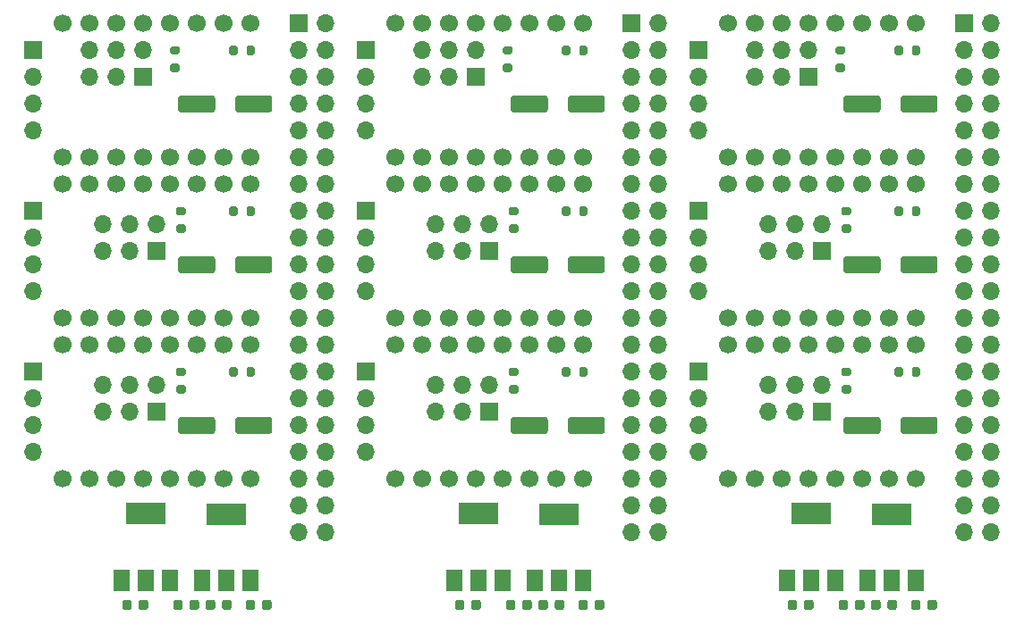
<source format=gbr>
%TF.GenerationSoftware,KiCad,Pcbnew,(5.1.10)-1*%
%TF.CreationDate,2022-04-18T12:48:46-04:00*%
%TF.ProjectId,blinds 2.0 Panel,626c696e-6473-4203-922e-302050616e65,rev?*%
%TF.SameCoordinates,Original*%
%TF.FileFunction,Soldermask,Top*%
%TF.FilePolarity,Negative*%
%FSLAX46Y46*%
G04 Gerber Fmt 4.6, Leading zero omitted, Abs format (unit mm)*
G04 Created by KiCad (PCBNEW (5.1.10)-1) date 2022-04-18 12:48:46*
%MOMM*%
%LPD*%
G01*
G04 APERTURE LIST*
%ADD10C,1.700000*%
%ADD11O,1.700000X1.700000*%
%ADD12R,1.700000X1.700000*%
%ADD13R,1.500000X2.000000*%
%ADD14R,3.800000X2.000000*%
G04 APERTURE END LIST*
%TO.C,R2*%
G36*
G01*
X230199880Y-76260280D02*
X230199880Y-76810280D01*
G75*
G02*
X229999880Y-77010280I-200000J0D01*
G01*
X229599880Y-77010280D01*
G75*
G02*
X229399880Y-76810280I0J200000D01*
G01*
X229399880Y-76260280D01*
G75*
G02*
X229599880Y-76060280I200000J0D01*
G01*
X229999880Y-76060280D01*
G75*
G02*
X230199880Y-76260280I0J-200000D01*
G01*
G37*
G36*
G01*
X231849880Y-76260280D02*
X231849880Y-76810280D01*
G75*
G02*
X231649880Y-77010280I-200000J0D01*
G01*
X231249880Y-77010280D01*
G75*
G02*
X231049880Y-76810280I0J200000D01*
G01*
X231049880Y-76260280D01*
G75*
G02*
X231249880Y-76060280I200000J0D01*
G01*
X231649880Y-76060280D01*
G75*
G02*
X231849880Y-76260280I0J-200000D01*
G01*
G37*
%TD*%
D10*
%TO.C,U3*%
X231449880Y-104475280D03*
X228909880Y-104475280D03*
X226369880Y-104475280D03*
X223829880Y-104475280D03*
X221289880Y-104475280D03*
X218749880Y-104475280D03*
X216209880Y-104475280D03*
X213669880Y-104475280D03*
X213669880Y-117175280D03*
X216209880Y-117175280D03*
X218749880Y-117175280D03*
X221289880Y-117175280D03*
X223829880Y-117175280D03*
X226369880Y-117175280D03*
X228909880Y-117175280D03*
X231449880Y-117175280D03*
%TD*%
D11*
%TO.C,J7*%
X217479880Y-108285280D03*
X217479880Y-110825280D03*
X220019880Y-108285280D03*
X220019880Y-110825280D03*
X222559880Y-108285280D03*
D12*
X222559880Y-110825280D03*
%TD*%
%TO.C,R5*%
G36*
G01*
X225120880Y-109065280D02*
X224570880Y-109065280D01*
G75*
G02*
X224370880Y-108865280I0J200000D01*
G01*
X224370880Y-108465280D01*
G75*
G02*
X224570880Y-108265280I200000J0D01*
G01*
X225120880Y-108265280D01*
G75*
G02*
X225320880Y-108465280I0J-200000D01*
G01*
X225320880Y-108865280D01*
G75*
G02*
X225120880Y-109065280I-200000J0D01*
G01*
G37*
G36*
G01*
X225120880Y-107415280D02*
X224570880Y-107415280D01*
G75*
G02*
X224370880Y-107215280I0J200000D01*
G01*
X224370880Y-106815280D01*
G75*
G02*
X224570880Y-106615280I200000J0D01*
G01*
X225120880Y-106615280D01*
G75*
G02*
X225320880Y-106815280I0J-200000D01*
G01*
X225320880Y-107215280D01*
G75*
G02*
X225120880Y-107415280I-200000J0D01*
G01*
G37*
%TD*%
%TO.C,J4*%
X210875880Y-91775280D03*
D11*
X210875880Y-94315280D03*
X210875880Y-96855280D03*
X210875880Y-99395280D03*
%TD*%
%TO.C,R4*%
G36*
G01*
X231849880Y-91500280D02*
X231849880Y-92050280D01*
G75*
G02*
X231649880Y-92250280I-200000J0D01*
G01*
X231249880Y-92250280D01*
G75*
G02*
X231049880Y-92050280I0J200000D01*
G01*
X231049880Y-91500280D01*
G75*
G02*
X231249880Y-91300280I200000J0D01*
G01*
X231649880Y-91300280D01*
G75*
G02*
X231849880Y-91500280I0J-200000D01*
G01*
G37*
G36*
G01*
X230199880Y-91500280D02*
X230199880Y-92050280D01*
G75*
G02*
X229999880Y-92250280I-200000J0D01*
G01*
X229599880Y-92250280D01*
G75*
G02*
X229399880Y-92050280I0J200000D01*
G01*
X229399880Y-91500280D01*
G75*
G02*
X229599880Y-91300280I200000J0D01*
G01*
X229999880Y-91300280D01*
G75*
G02*
X230199880Y-91500280I0J-200000D01*
G01*
G37*
%TD*%
%TO.C,R1*%
G36*
G01*
X224549880Y-78585280D02*
X223999880Y-78585280D01*
G75*
G02*
X223799880Y-78385280I0J200000D01*
G01*
X223799880Y-77985280D01*
G75*
G02*
X223999880Y-77785280I200000J0D01*
G01*
X224549880Y-77785280D01*
G75*
G02*
X224749880Y-77985280I0J-200000D01*
G01*
X224749880Y-78385280D01*
G75*
G02*
X224549880Y-78585280I-200000J0D01*
G01*
G37*
G36*
G01*
X224549880Y-76935280D02*
X223999880Y-76935280D01*
G75*
G02*
X223799880Y-76735280I0J200000D01*
G01*
X223799880Y-76335280D01*
G75*
G02*
X223999880Y-76135280I200000J0D01*
G01*
X224549880Y-76135280D01*
G75*
G02*
X224749880Y-76335280I0J-200000D01*
G01*
X224749880Y-76735280D01*
G75*
G02*
X224549880Y-76935280I-200000J0D01*
G01*
G37*
%TD*%
D13*
%TO.C,U5*%
X219243880Y-126777280D03*
X223843880Y-126777280D03*
X221543880Y-126777280D03*
D14*
X221543880Y-120477280D03*
%TD*%
D12*
%TO.C,J6*%
X210875880Y-107015280D03*
D11*
X210875880Y-109555280D03*
X210875880Y-112095280D03*
X210875880Y-114635280D03*
%TD*%
%TO.C,R6*%
G36*
G01*
X230199880Y-106740280D02*
X230199880Y-107290280D01*
G75*
G02*
X229999880Y-107490280I-200000J0D01*
G01*
X229599880Y-107490280D01*
G75*
G02*
X229399880Y-107290280I0J200000D01*
G01*
X229399880Y-106740280D01*
G75*
G02*
X229599880Y-106540280I200000J0D01*
G01*
X229999880Y-106540280D01*
G75*
G02*
X230199880Y-106740280I0J-200000D01*
G01*
G37*
G36*
G01*
X231849880Y-106740280D02*
X231849880Y-107290280D01*
G75*
G02*
X231649880Y-107490280I-200000J0D01*
G01*
X231249880Y-107490280D01*
G75*
G02*
X231049880Y-107290280I0J200000D01*
G01*
X231049880Y-106740280D01*
G75*
G02*
X231249880Y-106540280I200000J0D01*
G01*
X231649880Y-106540280D01*
G75*
G02*
X231849880Y-106740280I0J-200000D01*
G01*
G37*
%TD*%
D10*
%TO.C,U2*%
X231449880Y-101935280D03*
X228909880Y-101935280D03*
X226369880Y-101935280D03*
X223829880Y-101935280D03*
X221289880Y-101935280D03*
X218749880Y-101935280D03*
X216209880Y-101935280D03*
X213669880Y-101935280D03*
X213669880Y-89235280D03*
X216209880Y-89235280D03*
X218749880Y-89235280D03*
X221289880Y-89235280D03*
X223829880Y-89235280D03*
X226369880Y-89235280D03*
X228909880Y-89235280D03*
X231449880Y-89235280D03*
%TD*%
%TO.C,R3*%
G36*
G01*
X225120880Y-92175280D02*
X224570880Y-92175280D01*
G75*
G02*
X224370880Y-91975280I0J200000D01*
G01*
X224370880Y-91575280D01*
G75*
G02*
X224570880Y-91375280I200000J0D01*
G01*
X225120880Y-91375280D01*
G75*
G02*
X225320880Y-91575280I0J-200000D01*
G01*
X225320880Y-91975280D01*
G75*
G02*
X225120880Y-92175280I-200000J0D01*
G01*
G37*
G36*
G01*
X225120880Y-93825280D02*
X224570880Y-93825280D01*
G75*
G02*
X224370880Y-93625280I0J200000D01*
G01*
X224370880Y-93225280D01*
G75*
G02*
X224570880Y-93025280I200000J0D01*
G01*
X225120880Y-93025280D01*
G75*
G02*
X225320880Y-93225280I0J-200000D01*
G01*
X225320880Y-93625280D01*
G75*
G02*
X225120880Y-93825280I-200000J0D01*
G01*
G37*
%TD*%
D14*
%TO.C,U6*%
X229163880Y-120527280D03*
D13*
X229163880Y-126827280D03*
X231463880Y-126827280D03*
X226863880Y-126827280D03*
%TD*%
D11*
%TO.C,J5*%
X217479880Y-93045280D03*
X217479880Y-95585280D03*
X220019880Y-93045280D03*
X220019880Y-95585280D03*
X222559880Y-93045280D03*
D12*
X222559880Y-95585280D03*
%TD*%
%TO.C,J1*%
X236021880Y-73995280D03*
D11*
X238561880Y-73995280D03*
X236021880Y-76535280D03*
X238561880Y-76535280D03*
X236021880Y-79075280D03*
X238561880Y-79075280D03*
X236021880Y-81615280D03*
X238561880Y-81615280D03*
X236021880Y-84155280D03*
X238561880Y-84155280D03*
X236021880Y-86695280D03*
X238561880Y-86695280D03*
X236021880Y-89235280D03*
X238561880Y-89235280D03*
X236021880Y-91775280D03*
X238561880Y-91775280D03*
X236021880Y-94315280D03*
X238561880Y-94315280D03*
X236021880Y-96855280D03*
X238561880Y-96855280D03*
X236021880Y-99395280D03*
X238561880Y-99395280D03*
X236021880Y-101935280D03*
X238561880Y-101935280D03*
X236021880Y-104475280D03*
X238561880Y-104475280D03*
X236021880Y-107015280D03*
X238561880Y-107015280D03*
X236021880Y-109555280D03*
X238561880Y-109555280D03*
X236021880Y-112095280D03*
X238561880Y-112095280D03*
X236021880Y-114635280D03*
X238561880Y-114635280D03*
X236021880Y-117175280D03*
X238561880Y-117175280D03*
X236021880Y-119715280D03*
X238561880Y-119715280D03*
X236021880Y-122255280D03*
X238561880Y-122255280D03*
%TD*%
%TO.C,J3*%
X216209880Y-76535280D03*
X216209880Y-79075280D03*
X218749880Y-76535280D03*
X218749880Y-79075280D03*
X221289880Y-76535280D03*
D12*
X221289880Y-79075280D03*
%TD*%
%TO.C,J2*%
X210875880Y-76535280D03*
D11*
X210875880Y-79075280D03*
X210875880Y-81615280D03*
X210875880Y-84155280D03*
%TD*%
%TO.C,C3*%
G36*
G01*
X228086880Y-81065280D02*
X228086880Y-82165280D01*
G75*
G02*
X227836880Y-82415280I-250000J0D01*
G01*
X224836880Y-82415280D01*
G75*
G02*
X224586880Y-82165280I0J250000D01*
G01*
X224586880Y-81065280D01*
G75*
G02*
X224836880Y-80815280I250000J0D01*
G01*
X227836880Y-80815280D01*
G75*
G02*
X228086880Y-81065280I0J-250000D01*
G01*
G37*
G36*
G01*
X233486880Y-81065280D02*
X233486880Y-82165280D01*
G75*
G02*
X233236880Y-82415280I-250000J0D01*
G01*
X230236880Y-82415280D01*
G75*
G02*
X229986880Y-82165280I0J250000D01*
G01*
X229986880Y-81065280D01*
G75*
G02*
X230236880Y-80815280I250000J0D01*
G01*
X233236880Y-80815280D01*
G75*
G02*
X233486880Y-81065280I0J-250000D01*
G01*
G37*
%TD*%
%TO.C,C8*%
G36*
G01*
X229639880Y-128863280D02*
X229639880Y-129363280D01*
G75*
G02*
X229414880Y-129588280I-225000J0D01*
G01*
X228964880Y-129588280D01*
G75*
G02*
X228739880Y-129363280I0J225000D01*
G01*
X228739880Y-128863280D01*
G75*
G02*
X228964880Y-128638280I225000J0D01*
G01*
X229414880Y-128638280D01*
G75*
G02*
X229639880Y-128863280I0J-225000D01*
G01*
G37*
G36*
G01*
X228089880Y-128863280D02*
X228089880Y-129363280D01*
G75*
G02*
X227864880Y-129588280I-225000J0D01*
G01*
X227414880Y-129588280D01*
G75*
G02*
X227189880Y-129363280I0J225000D01*
G01*
X227189880Y-128863280D01*
G75*
G02*
X227414880Y-128638280I225000J0D01*
G01*
X227864880Y-128638280D01*
G75*
G02*
X228089880Y-128863280I0J-225000D01*
G01*
G37*
%TD*%
%TO.C,C7*%
G36*
G01*
X225665880Y-129363280D02*
X225665880Y-128863280D01*
G75*
G02*
X225890880Y-128638280I225000J0D01*
G01*
X226340880Y-128638280D01*
G75*
G02*
X226565880Y-128863280I0J-225000D01*
G01*
X226565880Y-129363280D01*
G75*
G02*
X226340880Y-129588280I-225000J0D01*
G01*
X225890880Y-129588280D01*
G75*
G02*
X225665880Y-129363280I0J225000D01*
G01*
G37*
G36*
G01*
X224115880Y-129363280D02*
X224115880Y-128863280D01*
G75*
G02*
X224340880Y-128638280I225000J0D01*
G01*
X224790880Y-128638280D01*
G75*
G02*
X225015880Y-128863280I0J-225000D01*
G01*
X225015880Y-129363280D01*
G75*
G02*
X224790880Y-129588280I-225000J0D01*
G01*
X224340880Y-129588280D01*
G75*
G02*
X224115880Y-129363280I0J225000D01*
G01*
G37*
%TD*%
D10*
%TO.C,U1*%
X231449880Y-73995280D03*
X228909880Y-73995280D03*
X226369880Y-73995280D03*
X223829880Y-73995280D03*
X221289880Y-73995280D03*
X218749880Y-73995280D03*
X216209880Y-73995280D03*
X213669880Y-73995280D03*
X213669880Y-86695280D03*
X216209880Y-86695280D03*
X218749880Y-86695280D03*
X221289880Y-86695280D03*
X223829880Y-86695280D03*
X226369880Y-86695280D03*
X228909880Y-86695280D03*
X231449880Y-86695280D03*
%TD*%
%TO.C,C4*%
G36*
G01*
X233486880Y-96305280D02*
X233486880Y-97405280D01*
G75*
G02*
X233236880Y-97655280I-250000J0D01*
G01*
X230236880Y-97655280D01*
G75*
G02*
X229986880Y-97405280I0J250000D01*
G01*
X229986880Y-96305280D01*
G75*
G02*
X230236880Y-96055280I250000J0D01*
G01*
X233236880Y-96055280D01*
G75*
G02*
X233486880Y-96305280I0J-250000D01*
G01*
G37*
G36*
G01*
X228086880Y-96305280D02*
X228086880Y-97405280D01*
G75*
G02*
X227836880Y-97655280I-250000J0D01*
G01*
X224836880Y-97655280D01*
G75*
G02*
X224586880Y-97405280I0J250000D01*
G01*
X224586880Y-96305280D01*
G75*
G02*
X224836880Y-96055280I250000J0D01*
G01*
X227836880Y-96055280D01*
G75*
G02*
X228086880Y-96305280I0J-250000D01*
G01*
G37*
%TD*%
%TO.C,C1*%
G36*
G01*
X232523880Y-129363280D02*
X232523880Y-128863280D01*
G75*
G02*
X232748880Y-128638280I225000J0D01*
G01*
X233198880Y-128638280D01*
G75*
G02*
X233423880Y-128863280I0J-225000D01*
G01*
X233423880Y-129363280D01*
G75*
G02*
X233198880Y-129588280I-225000J0D01*
G01*
X232748880Y-129588280D01*
G75*
G02*
X232523880Y-129363280I0J225000D01*
G01*
G37*
G36*
G01*
X230973880Y-129363280D02*
X230973880Y-128863280D01*
G75*
G02*
X231198880Y-128638280I225000J0D01*
G01*
X231648880Y-128638280D01*
G75*
G02*
X231873880Y-128863280I0J-225000D01*
G01*
X231873880Y-129363280D01*
G75*
G02*
X231648880Y-129588280I-225000J0D01*
G01*
X231198880Y-129588280D01*
G75*
G02*
X230973880Y-129363280I0J225000D01*
G01*
G37*
%TD*%
%TO.C,C2*%
G36*
G01*
X221739880Y-128863280D02*
X221739880Y-129363280D01*
G75*
G02*
X221514880Y-129588280I-225000J0D01*
G01*
X221064880Y-129588280D01*
G75*
G02*
X220839880Y-129363280I0J225000D01*
G01*
X220839880Y-128863280D01*
G75*
G02*
X221064880Y-128638280I225000J0D01*
G01*
X221514880Y-128638280D01*
G75*
G02*
X221739880Y-128863280I0J-225000D01*
G01*
G37*
G36*
G01*
X220189880Y-128863280D02*
X220189880Y-129363280D01*
G75*
G02*
X219964880Y-129588280I-225000J0D01*
G01*
X219514880Y-129588280D01*
G75*
G02*
X219289880Y-129363280I0J225000D01*
G01*
X219289880Y-128863280D01*
G75*
G02*
X219514880Y-128638280I225000J0D01*
G01*
X219964880Y-128638280D01*
G75*
G02*
X220189880Y-128863280I0J-225000D01*
G01*
G37*
%TD*%
%TO.C,C5*%
G36*
G01*
X228086880Y-111545280D02*
X228086880Y-112645280D01*
G75*
G02*
X227836880Y-112895280I-250000J0D01*
G01*
X224836880Y-112895280D01*
G75*
G02*
X224586880Y-112645280I0J250000D01*
G01*
X224586880Y-111545280D01*
G75*
G02*
X224836880Y-111295280I250000J0D01*
G01*
X227836880Y-111295280D01*
G75*
G02*
X228086880Y-111545280I0J-250000D01*
G01*
G37*
G36*
G01*
X233486880Y-111545280D02*
X233486880Y-112645280D01*
G75*
G02*
X233236880Y-112895280I-250000J0D01*
G01*
X230236880Y-112895280D01*
G75*
G02*
X229986880Y-112645280I0J250000D01*
G01*
X229986880Y-111545280D01*
G75*
G02*
X230236880Y-111295280I250000J0D01*
G01*
X233236880Y-111295280D01*
G75*
G02*
X233486880Y-111545280I0J-250000D01*
G01*
G37*
%TD*%
%TO.C,R2*%
G36*
G01*
X198703880Y-76260280D02*
X198703880Y-76810280D01*
G75*
G02*
X198503880Y-77010280I-200000J0D01*
G01*
X198103880Y-77010280D01*
G75*
G02*
X197903880Y-76810280I0J200000D01*
G01*
X197903880Y-76260280D01*
G75*
G02*
X198103880Y-76060280I200000J0D01*
G01*
X198503880Y-76060280D01*
G75*
G02*
X198703880Y-76260280I0J-200000D01*
G01*
G37*
G36*
G01*
X200353880Y-76260280D02*
X200353880Y-76810280D01*
G75*
G02*
X200153880Y-77010280I-200000J0D01*
G01*
X199753880Y-77010280D01*
G75*
G02*
X199553880Y-76810280I0J200000D01*
G01*
X199553880Y-76260280D01*
G75*
G02*
X199753880Y-76060280I200000J0D01*
G01*
X200153880Y-76060280D01*
G75*
G02*
X200353880Y-76260280I0J-200000D01*
G01*
G37*
%TD*%
%TO.C,U3*%
X199953880Y-104475280D03*
X197413880Y-104475280D03*
X194873880Y-104475280D03*
X192333880Y-104475280D03*
X189793880Y-104475280D03*
X187253880Y-104475280D03*
X184713880Y-104475280D03*
X182173880Y-104475280D03*
X182173880Y-117175280D03*
X184713880Y-117175280D03*
X187253880Y-117175280D03*
X189793880Y-117175280D03*
X192333880Y-117175280D03*
X194873880Y-117175280D03*
X197413880Y-117175280D03*
X199953880Y-117175280D03*
%TD*%
D11*
%TO.C,J7*%
X185983880Y-108285280D03*
X185983880Y-110825280D03*
X188523880Y-108285280D03*
X188523880Y-110825280D03*
X191063880Y-108285280D03*
D12*
X191063880Y-110825280D03*
%TD*%
%TO.C,R5*%
G36*
G01*
X193624880Y-109065280D02*
X193074880Y-109065280D01*
G75*
G02*
X192874880Y-108865280I0J200000D01*
G01*
X192874880Y-108465280D01*
G75*
G02*
X193074880Y-108265280I200000J0D01*
G01*
X193624880Y-108265280D01*
G75*
G02*
X193824880Y-108465280I0J-200000D01*
G01*
X193824880Y-108865280D01*
G75*
G02*
X193624880Y-109065280I-200000J0D01*
G01*
G37*
G36*
G01*
X193624880Y-107415280D02*
X193074880Y-107415280D01*
G75*
G02*
X192874880Y-107215280I0J200000D01*
G01*
X192874880Y-106815280D01*
G75*
G02*
X193074880Y-106615280I200000J0D01*
G01*
X193624880Y-106615280D01*
G75*
G02*
X193824880Y-106815280I0J-200000D01*
G01*
X193824880Y-107215280D01*
G75*
G02*
X193624880Y-107415280I-200000J0D01*
G01*
G37*
%TD*%
%TO.C,J4*%
X179379880Y-91775280D03*
D11*
X179379880Y-94315280D03*
X179379880Y-96855280D03*
X179379880Y-99395280D03*
%TD*%
%TO.C,R4*%
G36*
G01*
X200353880Y-91500280D02*
X200353880Y-92050280D01*
G75*
G02*
X200153880Y-92250280I-200000J0D01*
G01*
X199753880Y-92250280D01*
G75*
G02*
X199553880Y-92050280I0J200000D01*
G01*
X199553880Y-91500280D01*
G75*
G02*
X199753880Y-91300280I200000J0D01*
G01*
X200153880Y-91300280D01*
G75*
G02*
X200353880Y-91500280I0J-200000D01*
G01*
G37*
G36*
G01*
X198703880Y-91500280D02*
X198703880Y-92050280D01*
G75*
G02*
X198503880Y-92250280I-200000J0D01*
G01*
X198103880Y-92250280D01*
G75*
G02*
X197903880Y-92050280I0J200000D01*
G01*
X197903880Y-91500280D01*
G75*
G02*
X198103880Y-91300280I200000J0D01*
G01*
X198503880Y-91300280D01*
G75*
G02*
X198703880Y-91500280I0J-200000D01*
G01*
G37*
%TD*%
%TO.C,R1*%
G36*
G01*
X193053880Y-78585280D02*
X192503880Y-78585280D01*
G75*
G02*
X192303880Y-78385280I0J200000D01*
G01*
X192303880Y-77985280D01*
G75*
G02*
X192503880Y-77785280I200000J0D01*
G01*
X193053880Y-77785280D01*
G75*
G02*
X193253880Y-77985280I0J-200000D01*
G01*
X193253880Y-78385280D01*
G75*
G02*
X193053880Y-78585280I-200000J0D01*
G01*
G37*
G36*
G01*
X193053880Y-76935280D02*
X192503880Y-76935280D01*
G75*
G02*
X192303880Y-76735280I0J200000D01*
G01*
X192303880Y-76335280D01*
G75*
G02*
X192503880Y-76135280I200000J0D01*
G01*
X193053880Y-76135280D01*
G75*
G02*
X193253880Y-76335280I0J-200000D01*
G01*
X193253880Y-76735280D01*
G75*
G02*
X193053880Y-76935280I-200000J0D01*
G01*
G37*
%TD*%
D13*
%TO.C,U5*%
X187747880Y-126777280D03*
X192347880Y-126777280D03*
X190047880Y-126777280D03*
D14*
X190047880Y-120477280D03*
%TD*%
D12*
%TO.C,J6*%
X179379880Y-107015280D03*
D11*
X179379880Y-109555280D03*
X179379880Y-112095280D03*
X179379880Y-114635280D03*
%TD*%
%TO.C,R6*%
G36*
G01*
X198703880Y-106740280D02*
X198703880Y-107290280D01*
G75*
G02*
X198503880Y-107490280I-200000J0D01*
G01*
X198103880Y-107490280D01*
G75*
G02*
X197903880Y-107290280I0J200000D01*
G01*
X197903880Y-106740280D01*
G75*
G02*
X198103880Y-106540280I200000J0D01*
G01*
X198503880Y-106540280D01*
G75*
G02*
X198703880Y-106740280I0J-200000D01*
G01*
G37*
G36*
G01*
X200353880Y-106740280D02*
X200353880Y-107290280D01*
G75*
G02*
X200153880Y-107490280I-200000J0D01*
G01*
X199753880Y-107490280D01*
G75*
G02*
X199553880Y-107290280I0J200000D01*
G01*
X199553880Y-106740280D01*
G75*
G02*
X199753880Y-106540280I200000J0D01*
G01*
X200153880Y-106540280D01*
G75*
G02*
X200353880Y-106740280I0J-200000D01*
G01*
G37*
%TD*%
D10*
%TO.C,U2*%
X199953880Y-101935280D03*
X197413880Y-101935280D03*
X194873880Y-101935280D03*
X192333880Y-101935280D03*
X189793880Y-101935280D03*
X187253880Y-101935280D03*
X184713880Y-101935280D03*
X182173880Y-101935280D03*
X182173880Y-89235280D03*
X184713880Y-89235280D03*
X187253880Y-89235280D03*
X189793880Y-89235280D03*
X192333880Y-89235280D03*
X194873880Y-89235280D03*
X197413880Y-89235280D03*
X199953880Y-89235280D03*
%TD*%
%TO.C,R3*%
G36*
G01*
X193624880Y-92175280D02*
X193074880Y-92175280D01*
G75*
G02*
X192874880Y-91975280I0J200000D01*
G01*
X192874880Y-91575280D01*
G75*
G02*
X193074880Y-91375280I200000J0D01*
G01*
X193624880Y-91375280D01*
G75*
G02*
X193824880Y-91575280I0J-200000D01*
G01*
X193824880Y-91975280D01*
G75*
G02*
X193624880Y-92175280I-200000J0D01*
G01*
G37*
G36*
G01*
X193624880Y-93825280D02*
X193074880Y-93825280D01*
G75*
G02*
X192874880Y-93625280I0J200000D01*
G01*
X192874880Y-93225280D01*
G75*
G02*
X193074880Y-93025280I200000J0D01*
G01*
X193624880Y-93025280D01*
G75*
G02*
X193824880Y-93225280I0J-200000D01*
G01*
X193824880Y-93625280D01*
G75*
G02*
X193624880Y-93825280I-200000J0D01*
G01*
G37*
%TD*%
D14*
%TO.C,U6*%
X197667880Y-120527280D03*
D13*
X197667880Y-126827280D03*
X199967880Y-126827280D03*
X195367880Y-126827280D03*
%TD*%
D11*
%TO.C,J5*%
X185983880Y-93045280D03*
X185983880Y-95585280D03*
X188523880Y-93045280D03*
X188523880Y-95585280D03*
X191063880Y-93045280D03*
D12*
X191063880Y-95585280D03*
%TD*%
%TO.C,J1*%
X204525880Y-73995280D03*
D11*
X207065880Y-73995280D03*
X204525880Y-76535280D03*
X207065880Y-76535280D03*
X204525880Y-79075280D03*
X207065880Y-79075280D03*
X204525880Y-81615280D03*
X207065880Y-81615280D03*
X204525880Y-84155280D03*
X207065880Y-84155280D03*
X204525880Y-86695280D03*
X207065880Y-86695280D03*
X204525880Y-89235280D03*
X207065880Y-89235280D03*
X204525880Y-91775280D03*
X207065880Y-91775280D03*
X204525880Y-94315280D03*
X207065880Y-94315280D03*
X204525880Y-96855280D03*
X207065880Y-96855280D03*
X204525880Y-99395280D03*
X207065880Y-99395280D03*
X204525880Y-101935280D03*
X207065880Y-101935280D03*
X204525880Y-104475280D03*
X207065880Y-104475280D03*
X204525880Y-107015280D03*
X207065880Y-107015280D03*
X204525880Y-109555280D03*
X207065880Y-109555280D03*
X204525880Y-112095280D03*
X207065880Y-112095280D03*
X204525880Y-114635280D03*
X207065880Y-114635280D03*
X204525880Y-117175280D03*
X207065880Y-117175280D03*
X204525880Y-119715280D03*
X207065880Y-119715280D03*
X204525880Y-122255280D03*
X207065880Y-122255280D03*
%TD*%
%TO.C,J3*%
X184713880Y-76535280D03*
X184713880Y-79075280D03*
X187253880Y-76535280D03*
X187253880Y-79075280D03*
X189793880Y-76535280D03*
D12*
X189793880Y-79075280D03*
%TD*%
%TO.C,J2*%
X179379880Y-76535280D03*
D11*
X179379880Y-79075280D03*
X179379880Y-81615280D03*
X179379880Y-84155280D03*
%TD*%
%TO.C,C3*%
G36*
G01*
X196590880Y-81065280D02*
X196590880Y-82165280D01*
G75*
G02*
X196340880Y-82415280I-250000J0D01*
G01*
X193340880Y-82415280D01*
G75*
G02*
X193090880Y-82165280I0J250000D01*
G01*
X193090880Y-81065280D01*
G75*
G02*
X193340880Y-80815280I250000J0D01*
G01*
X196340880Y-80815280D01*
G75*
G02*
X196590880Y-81065280I0J-250000D01*
G01*
G37*
G36*
G01*
X201990880Y-81065280D02*
X201990880Y-82165280D01*
G75*
G02*
X201740880Y-82415280I-250000J0D01*
G01*
X198740880Y-82415280D01*
G75*
G02*
X198490880Y-82165280I0J250000D01*
G01*
X198490880Y-81065280D01*
G75*
G02*
X198740880Y-80815280I250000J0D01*
G01*
X201740880Y-80815280D01*
G75*
G02*
X201990880Y-81065280I0J-250000D01*
G01*
G37*
%TD*%
%TO.C,C8*%
G36*
G01*
X198143880Y-128863280D02*
X198143880Y-129363280D01*
G75*
G02*
X197918880Y-129588280I-225000J0D01*
G01*
X197468880Y-129588280D01*
G75*
G02*
X197243880Y-129363280I0J225000D01*
G01*
X197243880Y-128863280D01*
G75*
G02*
X197468880Y-128638280I225000J0D01*
G01*
X197918880Y-128638280D01*
G75*
G02*
X198143880Y-128863280I0J-225000D01*
G01*
G37*
G36*
G01*
X196593880Y-128863280D02*
X196593880Y-129363280D01*
G75*
G02*
X196368880Y-129588280I-225000J0D01*
G01*
X195918880Y-129588280D01*
G75*
G02*
X195693880Y-129363280I0J225000D01*
G01*
X195693880Y-128863280D01*
G75*
G02*
X195918880Y-128638280I225000J0D01*
G01*
X196368880Y-128638280D01*
G75*
G02*
X196593880Y-128863280I0J-225000D01*
G01*
G37*
%TD*%
%TO.C,C7*%
G36*
G01*
X194169880Y-129363280D02*
X194169880Y-128863280D01*
G75*
G02*
X194394880Y-128638280I225000J0D01*
G01*
X194844880Y-128638280D01*
G75*
G02*
X195069880Y-128863280I0J-225000D01*
G01*
X195069880Y-129363280D01*
G75*
G02*
X194844880Y-129588280I-225000J0D01*
G01*
X194394880Y-129588280D01*
G75*
G02*
X194169880Y-129363280I0J225000D01*
G01*
G37*
G36*
G01*
X192619880Y-129363280D02*
X192619880Y-128863280D01*
G75*
G02*
X192844880Y-128638280I225000J0D01*
G01*
X193294880Y-128638280D01*
G75*
G02*
X193519880Y-128863280I0J-225000D01*
G01*
X193519880Y-129363280D01*
G75*
G02*
X193294880Y-129588280I-225000J0D01*
G01*
X192844880Y-129588280D01*
G75*
G02*
X192619880Y-129363280I0J225000D01*
G01*
G37*
%TD*%
D10*
%TO.C,U1*%
X199953880Y-73995280D03*
X197413880Y-73995280D03*
X194873880Y-73995280D03*
X192333880Y-73995280D03*
X189793880Y-73995280D03*
X187253880Y-73995280D03*
X184713880Y-73995280D03*
X182173880Y-73995280D03*
X182173880Y-86695280D03*
X184713880Y-86695280D03*
X187253880Y-86695280D03*
X189793880Y-86695280D03*
X192333880Y-86695280D03*
X194873880Y-86695280D03*
X197413880Y-86695280D03*
X199953880Y-86695280D03*
%TD*%
%TO.C,C4*%
G36*
G01*
X201990880Y-96305280D02*
X201990880Y-97405280D01*
G75*
G02*
X201740880Y-97655280I-250000J0D01*
G01*
X198740880Y-97655280D01*
G75*
G02*
X198490880Y-97405280I0J250000D01*
G01*
X198490880Y-96305280D01*
G75*
G02*
X198740880Y-96055280I250000J0D01*
G01*
X201740880Y-96055280D01*
G75*
G02*
X201990880Y-96305280I0J-250000D01*
G01*
G37*
G36*
G01*
X196590880Y-96305280D02*
X196590880Y-97405280D01*
G75*
G02*
X196340880Y-97655280I-250000J0D01*
G01*
X193340880Y-97655280D01*
G75*
G02*
X193090880Y-97405280I0J250000D01*
G01*
X193090880Y-96305280D01*
G75*
G02*
X193340880Y-96055280I250000J0D01*
G01*
X196340880Y-96055280D01*
G75*
G02*
X196590880Y-96305280I0J-250000D01*
G01*
G37*
%TD*%
%TO.C,C1*%
G36*
G01*
X201027880Y-129363280D02*
X201027880Y-128863280D01*
G75*
G02*
X201252880Y-128638280I225000J0D01*
G01*
X201702880Y-128638280D01*
G75*
G02*
X201927880Y-128863280I0J-225000D01*
G01*
X201927880Y-129363280D01*
G75*
G02*
X201702880Y-129588280I-225000J0D01*
G01*
X201252880Y-129588280D01*
G75*
G02*
X201027880Y-129363280I0J225000D01*
G01*
G37*
G36*
G01*
X199477880Y-129363280D02*
X199477880Y-128863280D01*
G75*
G02*
X199702880Y-128638280I225000J0D01*
G01*
X200152880Y-128638280D01*
G75*
G02*
X200377880Y-128863280I0J-225000D01*
G01*
X200377880Y-129363280D01*
G75*
G02*
X200152880Y-129588280I-225000J0D01*
G01*
X199702880Y-129588280D01*
G75*
G02*
X199477880Y-129363280I0J225000D01*
G01*
G37*
%TD*%
%TO.C,C2*%
G36*
G01*
X190243880Y-128863280D02*
X190243880Y-129363280D01*
G75*
G02*
X190018880Y-129588280I-225000J0D01*
G01*
X189568880Y-129588280D01*
G75*
G02*
X189343880Y-129363280I0J225000D01*
G01*
X189343880Y-128863280D01*
G75*
G02*
X189568880Y-128638280I225000J0D01*
G01*
X190018880Y-128638280D01*
G75*
G02*
X190243880Y-128863280I0J-225000D01*
G01*
G37*
G36*
G01*
X188693880Y-128863280D02*
X188693880Y-129363280D01*
G75*
G02*
X188468880Y-129588280I-225000J0D01*
G01*
X188018880Y-129588280D01*
G75*
G02*
X187793880Y-129363280I0J225000D01*
G01*
X187793880Y-128863280D01*
G75*
G02*
X188018880Y-128638280I225000J0D01*
G01*
X188468880Y-128638280D01*
G75*
G02*
X188693880Y-128863280I0J-225000D01*
G01*
G37*
%TD*%
%TO.C,C5*%
G36*
G01*
X196590880Y-111545280D02*
X196590880Y-112645280D01*
G75*
G02*
X196340880Y-112895280I-250000J0D01*
G01*
X193340880Y-112895280D01*
G75*
G02*
X193090880Y-112645280I0J250000D01*
G01*
X193090880Y-111545280D01*
G75*
G02*
X193340880Y-111295280I250000J0D01*
G01*
X196340880Y-111295280D01*
G75*
G02*
X196590880Y-111545280I0J-250000D01*
G01*
G37*
G36*
G01*
X201990880Y-111545280D02*
X201990880Y-112645280D01*
G75*
G02*
X201740880Y-112895280I-250000J0D01*
G01*
X198740880Y-112895280D01*
G75*
G02*
X198490880Y-112645280I0J250000D01*
G01*
X198490880Y-111545280D01*
G75*
G02*
X198740880Y-111295280I250000J0D01*
G01*
X201740880Y-111295280D01*
G75*
G02*
X201990880Y-111545280I0J-250000D01*
G01*
G37*
%TD*%
D11*
%TO.C,J1*%
X175569880Y-122255280D03*
X173029880Y-122255280D03*
X175569880Y-119715280D03*
X173029880Y-119715280D03*
X175569880Y-117175280D03*
X173029880Y-117175280D03*
X175569880Y-114635280D03*
X173029880Y-114635280D03*
X175569880Y-112095280D03*
X173029880Y-112095280D03*
X175569880Y-109555280D03*
X173029880Y-109555280D03*
X175569880Y-107015280D03*
X173029880Y-107015280D03*
X175569880Y-104475280D03*
X173029880Y-104475280D03*
X175569880Y-101935280D03*
X173029880Y-101935280D03*
X175569880Y-99395280D03*
X173029880Y-99395280D03*
X175569880Y-96855280D03*
X173029880Y-96855280D03*
X175569880Y-94315280D03*
X173029880Y-94315280D03*
X175569880Y-91775280D03*
X173029880Y-91775280D03*
X175569880Y-89235280D03*
X173029880Y-89235280D03*
X175569880Y-86695280D03*
X173029880Y-86695280D03*
X175569880Y-84155280D03*
X173029880Y-84155280D03*
X175569880Y-81615280D03*
X173029880Y-81615280D03*
X175569880Y-79075280D03*
X173029880Y-79075280D03*
X175569880Y-76535280D03*
X173029880Y-76535280D03*
X175569880Y-73995280D03*
D12*
X173029880Y-73995280D03*
%TD*%
D10*
%TO.C,U1*%
X168457880Y-86695280D03*
X165917880Y-86695280D03*
X163377880Y-86695280D03*
X160837880Y-86695280D03*
X158297880Y-86695280D03*
X155757880Y-86695280D03*
X153217880Y-86695280D03*
X150677880Y-86695280D03*
X150677880Y-73995280D03*
X153217880Y-73995280D03*
X155757880Y-73995280D03*
X158297880Y-73995280D03*
X160837880Y-73995280D03*
X163377880Y-73995280D03*
X165917880Y-73995280D03*
X168457880Y-73995280D03*
%TD*%
%TO.C,C1*%
G36*
G01*
X167981880Y-129363280D02*
X167981880Y-128863280D01*
G75*
G02*
X168206880Y-128638280I225000J0D01*
G01*
X168656880Y-128638280D01*
G75*
G02*
X168881880Y-128863280I0J-225000D01*
G01*
X168881880Y-129363280D01*
G75*
G02*
X168656880Y-129588280I-225000J0D01*
G01*
X168206880Y-129588280D01*
G75*
G02*
X167981880Y-129363280I0J225000D01*
G01*
G37*
G36*
G01*
X169531880Y-129363280D02*
X169531880Y-128863280D01*
G75*
G02*
X169756880Y-128638280I225000J0D01*
G01*
X170206880Y-128638280D01*
G75*
G02*
X170431880Y-128863280I0J-225000D01*
G01*
X170431880Y-129363280D01*
G75*
G02*
X170206880Y-129588280I-225000J0D01*
G01*
X169756880Y-129588280D01*
G75*
G02*
X169531880Y-129363280I0J225000D01*
G01*
G37*
%TD*%
%TO.C,C2*%
G36*
G01*
X157197880Y-128863280D02*
X157197880Y-129363280D01*
G75*
G02*
X156972880Y-129588280I-225000J0D01*
G01*
X156522880Y-129588280D01*
G75*
G02*
X156297880Y-129363280I0J225000D01*
G01*
X156297880Y-128863280D01*
G75*
G02*
X156522880Y-128638280I225000J0D01*
G01*
X156972880Y-128638280D01*
G75*
G02*
X157197880Y-128863280I0J-225000D01*
G01*
G37*
G36*
G01*
X158747880Y-128863280D02*
X158747880Y-129363280D01*
G75*
G02*
X158522880Y-129588280I-225000J0D01*
G01*
X158072880Y-129588280D01*
G75*
G02*
X157847880Y-129363280I0J225000D01*
G01*
X157847880Y-128863280D01*
G75*
G02*
X158072880Y-128638280I225000J0D01*
G01*
X158522880Y-128638280D01*
G75*
G02*
X158747880Y-128863280I0J-225000D01*
G01*
G37*
%TD*%
%TO.C,C3*%
G36*
G01*
X170494880Y-81065280D02*
X170494880Y-82165280D01*
G75*
G02*
X170244880Y-82415280I-250000J0D01*
G01*
X167244880Y-82415280D01*
G75*
G02*
X166994880Y-82165280I0J250000D01*
G01*
X166994880Y-81065280D01*
G75*
G02*
X167244880Y-80815280I250000J0D01*
G01*
X170244880Y-80815280D01*
G75*
G02*
X170494880Y-81065280I0J-250000D01*
G01*
G37*
G36*
G01*
X165094880Y-81065280D02*
X165094880Y-82165280D01*
G75*
G02*
X164844880Y-82415280I-250000J0D01*
G01*
X161844880Y-82415280D01*
G75*
G02*
X161594880Y-82165280I0J250000D01*
G01*
X161594880Y-81065280D01*
G75*
G02*
X161844880Y-80815280I250000J0D01*
G01*
X164844880Y-80815280D01*
G75*
G02*
X165094880Y-81065280I0J-250000D01*
G01*
G37*
%TD*%
%TO.C,C4*%
G36*
G01*
X165094880Y-96305280D02*
X165094880Y-97405280D01*
G75*
G02*
X164844880Y-97655280I-250000J0D01*
G01*
X161844880Y-97655280D01*
G75*
G02*
X161594880Y-97405280I0J250000D01*
G01*
X161594880Y-96305280D01*
G75*
G02*
X161844880Y-96055280I250000J0D01*
G01*
X164844880Y-96055280D01*
G75*
G02*
X165094880Y-96305280I0J-250000D01*
G01*
G37*
G36*
G01*
X170494880Y-96305280D02*
X170494880Y-97405280D01*
G75*
G02*
X170244880Y-97655280I-250000J0D01*
G01*
X167244880Y-97655280D01*
G75*
G02*
X166994880Y-97405280I0J250000D01*
G01*
X166994880Y-96305280D01*
G75*
G02*
X167244880Y-96055280I250000J0D01*
G01*
X170244880Y-96055280D01*
G75*
G02*
X170494880Y-96305280I0J-250000D01*
G01*
G37*
%TD*%
%TO.C,C5*%
G36*
G01*
X170494880Y-111545280D02*
X170494880Y-112645280D01*
G75*
G02*
X170244880Y-112895280I-250000J0D01*
G01*
X167244880Y-112895280D01*
G75*
G02*
X166994880Y-112645280I0J250000D01*
G01*
X166994880Y-111545280D01*
G75*
G02*
X167244880Y-111295280I250000J0D01*
G01*
X170244880Y-111295280D01*
G75*
G02*
X170494880Y-111545280I0J-250000D01*
G01*
G37*
G36*
G01*
X165094880Y-111545280D02*
X165094880Y-112645280D01*
G75*
G02*
X164844880Y-112895280I-250000J0D01*
G01*
X161844880Y-112895280D01*
G75*
G02*
X161594880Y-112645280I0J250000D01*
G01*
X161594880Y-111545280D01*
G75*
G02*
X161844880Y-111295280I250000J0D01*
G01*
X164844880Y-111295280D01*
G75*
G02*
X165094880Y-111545280I0J-250000D01*
G01*
G37*
%TD*%
%TO.C,C7*%
G36*
G01*
X161123880Y-129363280D02*
X161123880Y-128863280D01*
G75*
G02*
X161348880Y-128638280I225000J0D01*
G01*
X161798880Y-128638280D01*
G75*
G02*
X162023880Y-128863280I0J-225000D01*
G01*
X162023880Y-129363280D01*
G75*
G02*
X161798880Y-129588280I-225000J0D01*
G01*
X161348880Y-129588280D01*
G75*
G02*
X161123880Y-129363280I0J225000D01*
G01*
G37*
G36*
G01*
X162673880Y-129363280D02*
X162673880Y-128863280D01*
G75*
G02*
X162898880Y-128638280I225000J0D01*
G01*
X163348880Y-128638280D01*
G75*
G02*
X163573880Y-128863280I0J-225000D01*
G01*
X163573880Y-129363280D01*
G75*
G02*
X163348880Y-129588280I-225000J0D01*
G01*
X162898880Y-129588280D01*
G75*
G02*
X162673880Y-129363280I0J225000D01*
G01*
G37*
%TD*%
%TO.C,C8*%
G36*
G01*
X165097880Y-128863280D02*
X165097880Y-129363280D01*
G75*
G02*
X164872880Y-129588280I-225000J0D01*
G01*
X164422880Y-129588280D01*
G75*
G02*
X164197880Y-129363280I0J225000D01*
G01*
X164197880Y-128863280D01*
G75*
G02*
X164422880Y-128638280I225000J0D01*
G01*
X164872880Y-128638280D01*
G75*
G02*
X165097880Y-128863280I0J-225000D01*
G01*
G37*
G36*
G01*
X166647880Y-128863280D02*
X166647880Y-129363280D01*
G75*
G02*
X166422880Y-129588280I-225000J0D01*
G01*
X165972880Y-129588280D01*
G75*
G02*
X165747880Y-129363280I0J225000D01*
G01*
X165747880Y-128863280D01*
G75*
G02*
X165972880Y-128638280I225000J0D01*
G01*
X166422880Y-128638280D01*
G75*
G02*
X166647880Y-128863280I0J-225000D01*
G01*
G37*
%TD*%
D11*
%TO.C,J2*%
X147883880Y-84155280D03*
X147883880Y-81615280D03*
X147883880Y-79075280D03*
D12*
X147883880Y-76535280D03*
%TD*%
%TO.C,J3*%
X158297880Y-79075280D03*
D11*
X158297880Y-76535280D03*
X155757880Y-79075280D03*
X155757880Y-76535280D03*
X153217880Y-79075280D03*
X153217880Y-76535280D03*
%TD*%
%TO.C,J6*%
X147883880Y-114635280D03*
X147883880Y-112095280D03*
X147883880Y-109555280D03*
D12*
X147883880Y-107015280D03*
%TD*%
%TO.C,J7*%
X159567880Y-110825280D03*
D11*
X159567880Y-108285280D03*
X157027880Y-110825280D03*
X157027880Y-108285280D03*
X154487880Y-110825280D03*
X154487880Y-108285280D03*
%TD*%
D10*
%TO.C,U3*%
X168457880Y-117175280D03*
X165917880Y-117175280D03*
X163377880Y-117175280D03*
X160837880Y-117175280D03*
X158297880Y-117175280D03*
X155757880Y-117175280D03*
X153217880Y-117175280D03*
X150677880Y-117175280D03*
X150677880Y-104475280D03*
X153217880Y-104475280D03*
X155757880Y-104475280D03*
X158297880Y-104475280D03*
X160837880Y-104475280D03*
X163377880Y-104475280D03*
X165917880Y-104475280D03*
X168457880Y-104475280D03*
%TD*%
D14*
%TO.C,U5*%
X158551880Y-120477280D03*
D13*
X158551880Y-126777280D03*
X160851880Y-126777280D03*
X156251880Y-126777280D03*
%TD*%
%TO.C,U6*%
X163871880Y-126827280D03*
X168471880Y-126827280D03*
X166171880Y-126827280D03*
D14*
X166171880Y-120527280D03*
%TD*%
%TO.C,R5*%
G36*
G01*
X162128880Y-107415280D02*
X161578880Y-107415280D01*
G75*
G02*
X161378880Y-107215280I0J200000D01*
G01*
X161378880Y-106815280D01*
G75*
G02*
X161578880Y-106615280I200000J0D01*
G01*
X162128880Y-106615280D01*
G75*
G02*
X162328880Y-106815280I0J-200000D01*
G01*
X162328880Y-107215280D01*
G75*
G02*
X162128880Y-107415280I-200000J0D01*
G01*
G37*
G36*
G01*
X162128880Y-109065280D02*
X161578880Y-109065280D01*
G75*
G02*
X161378880Y-108865280I0J200000D01*
G01*
X161378880Y-108465280D01*
G75*
G02*
X161578880Y-108265280I200000J0D01*
G01*
X162128880Y-108265280D01*
G75*
G02*
X162328880Y-108465280I0J-200000D01*
G01*
X162328880Y-108865280D01*
G75*
G02*
X162128880Y-109065280I-200000J0D01*
G01*
G37*
%TD*%
%TO.C,R6*%
G36*
G01*
X168857880Y-106740280D02*
X168857880Y-107290280D01*
G75*
G02*
X168657880Y-107490280I-200000J0D01*
G01*
X168257880Y-107490280D01*
G75*
G02*
X168057880Y-107290280I0J200000D01*
G01*
X168057880Y-106740280D01*
G75*
G02*
X168257880Y-106540280I200000J0D01*
G01*
X168657880Y-106540280D01*
G75*
G02*
X168857880Y-106740280I0J-200000D01*
G01*
G37*
G36*
G01*
X167207880Y-106740280D02*
X167207880Y-107290280D01*
G75*
G02*
X167007880Y-107490280I-200000J0D01*
G01*
X166607880Y-107490280D01*
G75*
G02*
X166407880Y-107290280I0J200000D01*
G01*
X166407880Y-106740280D01*
G75*
G02*
X166607880Y-106540280I200000J0D01*
G01*
X167007880Y-106540280D01*
G75*
G02*
X167207880Y-106740280I0J-200000D01*
G01*
G37*
%TD*%
%TO.C,R1*%
G36*
G01*
X161557880Y-76935280D02*
X161007880Y-76935280D01*
G75*
G02*
X160807880Y-76735280I0J200000D01*
G01*
X160807880Y-76335280D01*
G75*
G02*
X161007880Y-76135280I200000J0D01*
G01*
X161557880Y-76135280D01*
G75*
G02*
X161757880Y-76335280I0J-200000D01*
G01*
X161757880Y-76735280D01*
G75*
G02*
X161557880Y-76935280I-200000J0D01*
G01*
G37*
G36*
G01*
X161557880Y-78585280D02*
X161007880Y-78585280D01*
G75*
G02*
X160807880Y-78385280I0J200000D01*
G01*
X160807880Y-77985280D01*
G75*
G02*
X161007880Y-77785280I200000J0D01*
G01*
X161557880Y-77785280D01*
G75*
G02*
X161757880Y-77985280I0J-200000D01*
G01*
X161757880Y-78385280D01*
G75*
G02*
X161557880Y-78585280I-200000J0D01*
G01*
G37*
%TD*%
%TO.C,R2*%
G36*
G01*
X168857880Y-76260280D02*
X168857880Y-76810280D01*
G75*
G02*
X168657880Y-77010280I-200000J0D01*
G01*
X168257880Y-77010280D01*
G75*
G02*
X168057880Y-76810280I0J200000D01*
G01*
X168057880Y-76260280D01*
G75*
G02*
X168257880Y-76060280I200000J0D01*
G01*
X168657880Y-76060280D01*
G75*
G02*
X168857880Y-76260280I0J-200000D01*
G01*
G37*
G36*
G01*
X167207880Y-76260280D02*
X167207880Y-76810280D01*
G75*
G02*
X167007880Y-77010280I-200000J0D01*
G01*
X166607880Y-77010280D01*
G75*
G02*
X166407880Y-76810280I0J200000D01*
G01*
X166407880Y-76260280D01*
G75*
G02*
X166607880Y-76060280I200000J0D01*
G01*
X167007880Y-76060280D01*
G75*
G02*
X167207880Y-76260280I0J-200000D01*
G01*
G37*
%TD*%
%TO.C,R3*%
G36*
G01*
X162128880Y-93825280D02*
X161578880Y-93825280D01*
G75*
G02*
X161378880Y-93625280I0J200000D01*
G01*
X161378880Y-93225280D01*
G75*
G02*
X161578880Y-93025280I200000J0D01*
G01*
X162128880Y-93025280D01*
G75*
G02*
X162328880Y-93225280I0J-200000D01*
G01*
X162328880Y-93625280D01*
G75*
G02*
X162128880Y-93825280I-200000J0D01*
G01*
G37*
G36*
G01*
X162128880Y-92175280D02*
X161578880Y-92175280D01*
G75*
G02*
X161378880Y-91975280I0J200000D01*
G01*
X161378880Y-91575280D01*
G75*
G02*
X161578880Y-91375280I200000J0D01*
G01*
X162128880Y-91375280D01*
G75*
G02*
X162328880Y-91575280I0J-200000D01*
G01*
X162328880Y-91975280D01*
G75*
G02*
X162128880Y-92175280I-200000J0D01*
G01*
G37*
%TD*%
%TO.C,R4*%
G36*
G01*
X167207880Y-91500280D02*
X167207880Y-92050280D01*
G75*
G02*
X167007880Y-92250280I-200000J0D01*
G01*
X166607880Y-92250280D01*
G75*
G02*
X166407880Y-92050280I0J200000D01*
G01*
X166407880Y-91500280D01*
G75*
G02*
X166607880Y-91300280I200000J0D01*
G01*
X167007880Y-91300280D01*
G75*
G02*
X167207880Y-91500280I0J-200000D01*
G01*
G37*
G36*
G01*
X168857880Y-91500280D02*
X168857880Y-92050280D01*
G75*
G02*
X168657880Y-92250280I-200000J0D01*
G01*
X168257880Y-92250280D01*
G75*
G02*
X168057880Y-92050280I0J200000D01*
G01*
X168057880Y-91500280D01*
G75*
G02*
X168257880Y-91300280I200000J0D01*
G01*
X168657880Y-91300280D01*
G75*
G02*
X168857880Y-91500280I0J-200000D01*
G01*
G37*
%TD*%
D11*
%TO.C,J4*%
X147883880Y-99395280D03*
X147883880Y-96855280D03*
X147883880Y-94315280D03*
D12*
X147883880Y-91775280D03*
%TD*%
%TO.C,J5*%
X159567880Y-95585280D03*
D11*
X159567880Y-93045280D03*
X157027880Y-95585280D03*
X157027880Y-93045280D03*
X154487880Y-95585280D03*
X154487880Y-93045280D03*
%TD*%
D10*
%TO.C,U2*%
X168457880Y-89235280D03*
X165917880Y-89235280D03*
X163377880Y-89235280D03*
X160837880Y-89235280D03*
X158297880Y-89235280D03*
X155757880Y-89235280D03*
X153217880Y-89235280D03*
X150677880Y-89235280D03*
X150677880Y-101935280D03*
X153217880Y-101935280D03*
X155757880Y-101935280D03*
X158297880Y-101935280D03*
X160837880Y-101935280D03*
X163377880Y-101935280D03*
X165917880Y-101935280D03*
X168457880Y-101935280D03*
%TD*%
M02*

</source>
